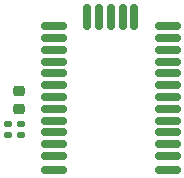
<source format=gbr>
%TF.GenerationSoftware,KiCad,Pcbnew,9.0.2*%
%TF.CreationDate,2025-12-17T16:44:21-05:00*%
%TF.ProjectId,Quectel_l96_Carrier_Board,51756563-7465-46c5-9f6c-39365f436172,rev?*%
%TF.SameCoordinates,Original*%
%TF.FileFunction,Paste,Top*%
%TF.FilePolarity,Positive*%
%FSLAX46Y46*%
G04 Gerber Fmt 4.6, Leading zero omitted, Abs format (unit mm)*
G04 Created by KiCad (PCBNEW 9.0.2) date 2025-12-17 16:44:21*
%MOMM*%
%LPD*%
G01*
G04 APERTURE LIST*
G04 Aperture macros list*
%AMRoundRect*
0 Rectangle with rounded corners*
0 $1 Rounding radius*
0 $2 $3 $4 $5 $6 $7 $8 $9 X,Y pos of 4 corners*
0 Add a 4 corners polygon primitive as box body*
4,1,4,$2,$3,$4,$5,$6,$7,$8,$9,$2,$3,0*
0 Add four circle primitives for the rounded corners*
1,1,$1+$1,$2,$3*
1,1,$1+$1,$4,$5*
1,1,$1+$1,$6,$7*
1,1,$1+$1,$8,$9*
0 Add four rect primitives between the rounded corners*
20,1,$1+$1,$2,$3,$4,$5,0*
20,1,$1+$1,$4,$5,$6,$7,0*
20,1,$1+$1,$6,$7,$8,$9,0*
20,1,$1+$1,$8,$9,$2,$3,0*%
G04 Aperture macros list end*
%ADD10RoundRect,0.140000X-0.170000X0.140000X-0.170000X-0.140000X0.170000X-0.140000X0.170000X0.140000X0*%
%ADD11RoundRect,0.225000X0.250000X-0.225000X0.250000X0.225000X-0.250000X0.225000X-0.250000X-0.225000X0*%
%ADD12RoundRect,0.175000X-0.900000X-0.175000X0.900000X-0.175000X0.900000X0.175000X-0.900000X0.175000X0*%
%ADD13RoundRect,0.175000X0.175000X-0.900000X0.175000X0.900000X-0.175000X0.900000X-0.175000X-0.900000X0*%
G04 APERTURE END LIST*
D10*
%TO.C,C23*%
X128500000Y-54440000D03*
X128500000Y-55400000D03*
%TD*%
D11*
%TO.C,C22*%
X129400000Y-53175000D03*
X129400000Y-51625000D03*
%TD*%
D10*
%TO.C,C21*%
X129600000Y-54420000D03*
X129600000Y-55380000D03*
%TD*%
D12*
%TO.C,U5*%
X132400000Y-46140000D03*
X132400000Y-47140000D03*
X132400000Y-48140000D03*
X132400000Y-49140000D03*
X132400000Y-50140000D03*
X132400000Y-51140000D03*
X132400000Y-52140000D03*
X132400000Y-53140000D03*
X132400000Y-54140000D03*
X132400000Y-55140000D03*
X132400000Y-56140000D03*
X132400000Y-57140000D03*
X132400000Y-58290000D03*
X142000000Y-58290000D03*
X142000000Y-57140000D03*
X142000000Y-56140000D03*
X142000000Y-55140000D03*
X142000000Y-54140000D03*
X142000000Y-53140000D03*
X142000000Y-52140000D03*
X142000000Y-51140000D03*
X142000000Y-50140000D03*
X142000000Y-49140000D03*
X142000000Y-48140000D03*
X142000000Y-47140000D03*
X142000000Y-46140000D03*
D13*
X139200000Y-45340000D03*
X138200000Y-45340000D03*
X137200000Y-45340000D03*
X136200000Y-45340000D03*
X135200000Y-45340000D03*
%TD*%
M02*

</source>
